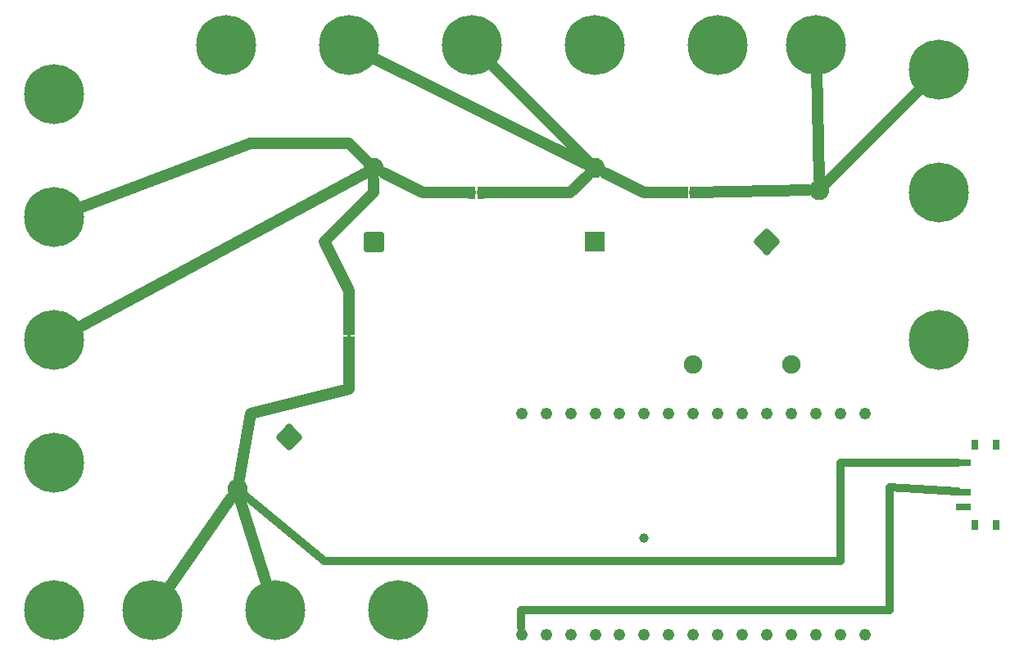
<source format=gbl>
G04 MADE WITH FRITZING*
G04 WWW.FRITZING.ORG*
G04 DOUBLE SIDED*
G04 HOLES PLATED*
G04 CONTOUR ON CENTER OF CONTOUR VECTOR*
%ASAXBY*%
%FSLAX23Y23*%
%MOIN*%
%OFA0B0*%
%SFA1.0B1.0*%
%ADD10C,0.047859*%
%ADD11C,0.039370*%
%ADD12C,0.082000*%
%ADD13C,0.075000*%
%ADD14C,0.244000*%
%ADD15R,0.031496X0.039370*%
%ADD16R,0.059055X0.027559*%
%ADD17R,0.082000X0.082000*%
%ADD18R,0.025000X0.050000*%
%ADD19R,0.050000X0.025000*%
%ADD20C,0.048000*%
%ADD21C,0.032000*%
%ADD22C,0.020000*%
%LNCOPPER0*%
G90*
G70*
G54D10*
X2387Y1120D03*
X2187Y222D03*
X2287Y222D03*
X2387Y222D03*
X2487Y222D03*
X2586Y222D03*
X2287Y1120D03*
X2187Y1120D03*
X2487Y1120D03*
X2686Y222D03*
X2786Y222D03*
X2886Y222D03*
X2986Y222D03*
X3086Y222D03*
X3185Y222D03*
X3285Y222D03*
X3385Y222D03*
X3485Y222D03*
X3585Y222D03*
X2886Y1120D03*
X2986Y1120D03*
X3086Y1120D03*
X3185Y1120D03*
X3285Y1120D03*
X3385Y1120D03*
X3485Y1120D03*
X3585Y1120D03*
X2586Y1120D03*
X2686Y1120D03*
X2786Y1120D03*
G54D11*
X2686Y616D03*
G54D12*
X1242Y1026D03*
X1030Y814D03*
G54D13*
X3286Y1320D03*
X2886Y1320D03*
G54D14*
X1686Y320D03*
X1186Y320D03*
X3886Y1420D03*
X286Y2420D03*
X986Y2620D03*
X286Y1420D03*
X1986Y2620D03*
X2486Y2620D03*
X3386Y2620D03*
X3886Y2020D03*
X286Y1920D03*
X1486Y2620D03*
X2986Y2620D03*
X3886Y2520D03*
X686Y320D03*
X286Y920D03*
X286Y320D03*
G54D12*
X3186Y1820D03*
X3398Y2032D03*
X1586Y1820D03*
X1586Y2120D03*
X2486Y1820D03*
X2486Y2120D03*
G54D15*
X4031Y994D03*
X4118Y994D03*
X4118Y668D03*
X4031Y668D03*
G54D16*
X3986Y920D03*
X3986Y801D03*
X3986Y742D03*
G54D17*
X2486Y1820D03*
G54D18*
X2886Y2020D03*
X2850Y2020D03*
G54D19*
X1486Y1420D03*
X1486Y1455D03*
G54D20*
X1624Y2100D02*
X1786Y2020D01*
D02*
X1786Y2020D02*
X1979Y2020D01*
G54D21*
D02*
X1386Y520D02*
X1059Y790D01*
D02*
X3486Y520D02*
X1386Y520D01*
D02*
X3486Y920D02*
X3486Y520D01*
D02*
X3962Y920D02*
X3486Y920D01*
D02*
X3686Y820D02*
X3962Y803D01*
D02*
X3685Y322D02*
X3686Y820D01*
D02*
X2185Y322D02*
X3685Y322D01*
D02*
X2186Y250D02*
X2185Y322D01*
G54D20*
D02*
X3428Y2062D02*
X3817Y2451D01*
D02*
X1548Y2099D02*
X371Y1466D01*
D02*
X1555Y2150D02*
X1486Y2220D01*
D02*
X1086Y2220D02*
X377Y1954D01*
D02*
X1486Y2220D02*
X1086Y2220D01*
D02*
X2455Y2150D02*
X2054Y2551D01*
D02*
X2447Y2139D02*
X1573Y2576D01*
D02*
X3388Y2522D02*
X3397Y2075D01*
D02*
X741Y399D02*
X1005Y778D01*
D02*
X1156Y412D02*
X1043Y772D01*
D02*
X2893Y2020D02*
X3355Y2031D01*
D02*
X2843Y2020D02*
X2686Y2020D01*
D02*
X2686Y2020D02*
X2524Y2100D01*
D02*
X2386Y2020D02*
X2455Y2089D01*
D02*
X2028Y2020D02*
X2386Y2020D01*
D02*
X1486Y1620D02*
X1386Y1820D01*
D02*
X1586Y2020D02*
X1586Y2076D01*
D02*
X1386Y1820D02*
X1586Y2020D01*
D02*
X1486Y1462D02*
X1486Y1620D01*
D02*
X1486Y1220D02*
X1086Y1120D01*
D02*
X1086Y1120D02*
X1037Y856D01*
D02*
X1486Y1413D02*
X1486Y1220D01*
G54D22*
X1242Y982D02*
X1198Y1026D01*
X1242Y1070D01*
X1286Y1026D01*
X1242Y982D01*
D02*
X3186Y1863D02*
X3229Y1820D01*
X3186Y1776D01*
X3142Y1820D01*
X3186Y1863D01*
D02*
X1555Y1851D02*
X1617Y1851D01*
X1617Y1789D01*
X1555Y1789D01*
X1555Y1851D01*
D02*
G36*
X1973Y1995D02*
X1973Y2045D01*
X1998Y2045D01*
X1998Y1995D01*
X1973Y1995D01*
G37*
D02*
G36*
X2009Y1995D02*
X2009Y2045D01*
X2034Y2045D01*
X2034Y1995D01*
X2009Y1995D01*
G37*
D02*
G04 End of Copper0*
M02*
</source>
